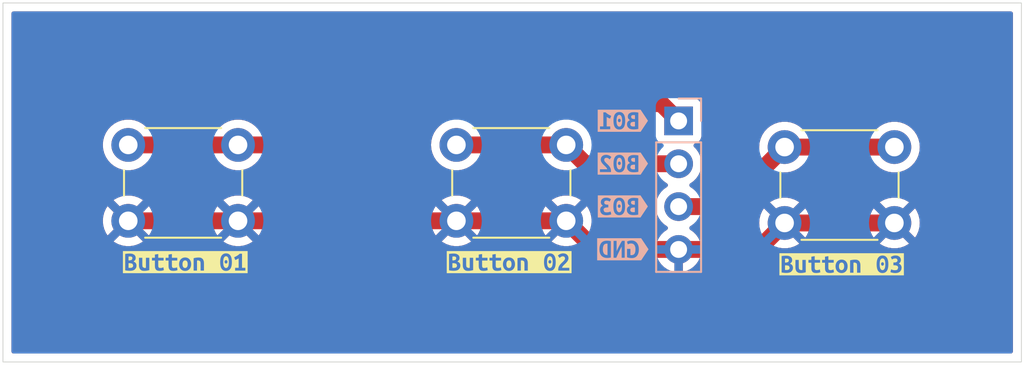
<source format=kicad_pcb>
(kicad_pcb (version 20240108) (generator "pcbnew") (generator_version "8.0")
  (layers (0 "F.Cu" signal) (31 "B.Cu" signal) (34 "B.Paste" user) (35 "F.Paste" user) (36 "B.SilkS" user "B.Silkscreen") (37 "F.SilkS" user "F.Silkscreen") (38 "B.Mask" user) (39 "F.Mask" user) (44 "Edge.Cuts" user))
  (net 0 "")
  (net 1 "GND")
  (net 2 "Net-(J5-Pin_3)")
  (net 3 "Net-(J5-Pin_1)")
  (net 4 "Net-(J5-Pin_2)")
  (footprint "Button_Switch_THT:SW_PUSH_6mm" (layer "F.Cu") (at 56.209 39.588 180)
    (property "Reference" "SW2" (hide yes))
    (property "Value" "SW_Push" (hide yes))
    (fp_line (start 6.75 3) (end 6.75 1.5) (stroke (width 0.12)) (layer "F.SilkS"))
    (fp_line (start 5.5 -1) (end 1 -1) (stroke (width 0.12)) (layer "F.SilkS"))
    (fp_line (start 1 5.5) (end 5.5 5.5) (stroke (width 0.12)) (layer "F.SilkS"))
    (fp_line (start -0.25 1.5) (end -0.25 3) (stroke (width 0.12)) (layer "F.SilkS"))
    (pad "1" thru_hole circle (at 0 0 270) (size 2 2) (drill 1.1) (layers "*.Cu" "*.Mask") (net 1 "GND"))
    (pad "1" thru_hole circle (at 6.5 0 270) (size 2 2) (drill 1.1) (layers "*.Cu" "*.Mask") (net 1 "GND"))
    (pad "2" thru_hole circle (at 0 4.5 270) (size 2 2) (drill 1.1) (layers "*.Cu" "*.Mask") (net 4 "Net-(J5-Pin_2)"))
    (pad "2" thru_hole circle (at 6.5 4.5 270) (size 2 2) (drill 1.1) (layers "*.Cu" "*.Mask") (net 4 "Net-(J5-Pin_2)"))
  )
  (footprint "Button_Switch_THT:SW_PUSH_6mm" (layer "F.Cu") (at 75.64 39.715 180)
    (property "Reference" "SW3" (hide yes))
    (property "Value" "SW_Push" (hide yes))
    (fp_line (start 6.75 3) (end 6.75 1.5) (stroke (width 0.12)) (layer "F.SilkS"))
    (fp_line (start 5.5 -1) (end 1 -1) (stroke (width 0.12)) (layer "F.SilkS"))
    (fp_line (start 1 5.5) (end 5.5 5.5) (stroke (width 0.12)) (layer "F.SilkS"))
    (fp_line (start -0.25 1.5) (end -0.25 3) (stroke (width 0.12)) (layer "F.SilkS"))
    (pad "1" thru_hole circle (at 0 0 270) (size 2 2) (drill 1.1) (layers "*.Cu" "*.Mask") (net 1 "GND"))
    (pad "1" thru_hole circle (at 6.5 0 270) (size 2 2) (drill 1.1) (layers "*.Cu" "*.Mask") (net 1 "GND"))
    (pad "2" thru_hole circle (at 0 4.5 270) (size 2 2) (drill 1.1) (layers "*.Cu" "*.Mask") (net 2 "Net-(J5-Pin_3)"))
    (pad "2" thru_hole circle (at 6.5 4.5 270) (size 2 2) (drill 1.1) (layers "*.Cu" "*.Mask") (net 2 "Net-(J5-Pin_3)"))
  )
  (footprint "kibuzzard-6839CA69" (layer "F.Cu") (at 33.655 42.037)
    (property "Reference" "kibuzzard-6839CA69" (hide yes))
    (property "Value" "G***" (hide yes))
    (fp_poly (pts (xy -3.359451 0.063005) (xy -3.359451 0.33441) (xy -3.313409 0.339257) (xy -3.264136 0.340872) (xy -3.1979 0.335218) (xy -3.140549 0.314216) (xy -3.099354 0.270598) (xy -3.083199 0.198708) (xy -3.129241 0.094507) (xy -3.252827 0.063005) (xy -3.359451 0.063005)) (fill solid) (layer "F.SilkS"))
    (fp_poly (pts (xy -3.281906 -0.101777) (xy -3.167205 -0.134895) (xy -3.128433 -0.226171) (xy -3.139742 -0.283522) (xy -3.170436 -0.317447) (xy -3.21567 -0.333603) (xy -3.268982 -0.337641) (xy -3.315832 -0.336026) (xy -3.359451 -0.331179) (xy -3.359451 -0.101777) (xy -3.281906 -0.101777)) (fill solid) (layer "F.SilkS"))
    (fp_poly (pts (xy -0.16559 0.121163) (xy -0.156502 0.213247) (xy -0.129241 0.285945) (xy -0.081785 0.333199) (xy -0.012116 0.34895) (xy 0.055937 0.333199) (xy 0.105008 0.285945) (xy 0.134693 0.213247) (xy 0.144588 0.121163) (xy 0.135501 0.029281) (xy 0.108239 -0.042811) (xy 0.060784 -0.089459) (xy -0.008885 -0.105008) (xy -0.076939 -0.089459) (xy -0.12601 -0.042811) (xy -0.155695 0.029281) (xy -0.16559 0.121163)) (fill solid) (layer "F.SilkS"))
    (fp_poly (pts (xy 2.580775 -0.001616) (xy 2.576019 -0.106713) (xy 2.561748 -0.193682) (xy 2.537964 -0.26252) (xy 2.485258 -0.329766) (xy 2.412763 -0.352181) (xy 2.341276 -0.329766) (xy 2.288368 -0.26252) (xy 2.264136 -0.193682) (xy 2.249596 -0.106713) (xy 2.24475 -0.001616) (xy 2.249596 0.10438) (xy 2.264136 0.191887) (xy 2.288368 0.260905) (xy 2.341276 0.32815) (xy 2.412763 0.350565) (xy 2.414378 0.350066) (xy 2.414378 0.088853) (xy 2.348142 0.057351) (xy 2.32391 -0.017771) (xy 2.348142 -0.0937) (xy 2.414378 -0.12601) (xy 2.478191 -0.0937) (xy 2.503231 -0.017771) (xy 2.478191 0.057351) (xy 2.414378 0.088853) (xy 2.414378 0.350066) (xy 2.485258 0.32815) (xy 2.537964 0.260905) (xy 2.561748 0.191887) (xy 2.576019 0.10438) (xy 2.580775 -0.001616)) (fill solid) (layer "F.SilkS"))
    (fp_poly (pts (xy -3.558158 -0.656435) (xy -3.692784 -0.656435) (xy -3.692784 0.656435) (xy -3.558158 0.656435) (xy -3.280291 0.656435) (xy -3.280291 0.513732) (xy -3.347738 0.511914) (xy -3.417609 0.506462) (xy -3.488288 0.497375) (xy -3.558158 0.484653) (xy -3.558158 -0.486268) (xy -3.433764 -0.503231) (xy -3.299677 -0.510501) (xy -3.197092 -0.504645) (xy -3.115509 -0.487076) (xy -3.004039 -0.425687) (xy -2.949111 -0.340872) (xy -2.934572 -0.247173) (xy -2.943255 -0.180129) (xy -2.969305 -0.121163) (xy -3.062197 -0.033926) (xy -2.976777 0.009693) (xy -2.924071 0.066236) (xy -2.896809 0.130856) (xy -2.887722 0.198708) (xy -2.895396 0.281704) (xy -2.918417 0.349758) (xy -3.001616 0.446688) (xy -3.058966 0.477787) (xy -3.12601 0.498384) (xy -3.200525 0.509895) (xy -3.280291 0.513732) (xy -3.280291 0.656435) (xy -2.433764 0.656435) (xy -2.433764 0.518578) (xy -2.518982 0.512116) (xy -2.587237 0.49273) (xy -2.681745 0.419225) (xy -2.729402 0.306947) (xy -2.739095 0.239095) (xy -2.742326 0.164782) (xy -2.742326 -0.258481) (xy -2.543619 -0.258481) (xy -2.543619 0.138934) (xy -2.537359 0.230412) (xy -2.518578 0.29483) (xy -2.42084 0.345719) (xy -2.330372 0.337641) (xy -2.330372 -0.258481) (xy -2.130048 -0.258481) (xy -2.130048 0.47496) (xy -2.190832 0.489499) (xy -2.263328 0.504039) (xy -2.345113 0.514943) (xy -2.433764 0.518578) (xy -2.433764 0.656435) (xy -1.509693 0.656435) (xy -1.509693 0.518578) (xy -1.632472 0.50727) (xy -1.72294 0.463651) (xy -1.779483 0.372375) (xy -1.794023 0.304321) (xy -1.798869 0.218094) (xy -1.798869 -0.0937) (xy -1.971729 -0.0937) (xy -1.971729 -0.258481) (xy -1.798869 -0.258481) (xy -1.798869 -0.449111) (xy -1.600162 -0.481422) (xy -1.600162 -0.258481) (xy -1.281906 -0.258481) (xy -1.281906 -0.0937) (xy -1.600162 -0.0937) (xy -1.600162 0.213247) (xy -1.592084 0.281099) (xy -1.569467 0.321486) (xy -1.533926 0.340872) (xy -1.487076 0.345719) (xy -1.436187 0.344103) (xy -1.390953 0.338449) (xy -1.345719 0.326333) (xy -1.29483 0.305331) (xy -1.267367 0.476575) (xy -1.386107 0.508885) (xy -1.509693 0.518578) (xy -1.509693 0.656435) (xy -0.701939 0.656435) (xy -0.701939 0.518578) (xy -0.824717 0.50727) (xy -0.915186 0.463651) (xy -0.971729 0.372375) (xy -0.986268 0.304321) (xy -0.991115 0.218094) (xy -0.991115 -0.0937) (xy -1.163974 -0.0937) (xy -1.163974 -0.258481) (xy -0.991115 -0.258481) (xy -0.991115 -0.449111) (xy -0.792407 -0.481422) (xy -0.792407 -0.258481) (xy -0.474152 -0.258481) (xy -0.474152 -0.0937) (xy -0.792407 -0.0937) (xy -0.792407 0.213247) (xy -0.78433 0.281099) (xy -0.761712 0.321486) (xy -0.726171 0.340872) (xy -0.679321 0.345719) (xy -0.628433 0.344103) (xy -0.583199 0.338449) (xy -0.537964 0.326333) (xy -0.487076 0.305331) (xy -0.459612 0.476575) (xy -0.578352 0.508885) (xy -0.701939 0.518578) (xy -0.701939 0.656435) (xy -0.008885 0.656435) (xy -0.008885 0.521809) (xy -0.085824 0.51454) (xy -0.155089 0.49273) (xy -0.216074 0.457593) (xy -0.268174 0.410339) (xy -0.31038 0.351979) (xy -0.34168 0.283522) (xy -0.361066 0.205775) (xy -0.367528 0.119548) (xy -0.360864 0.034532) (xy -0.340872 -0.042811) (xy -0.308966 -0.111066) (xy -0.266559 -0.168821) (xy -0.214257 -0.215267) (xy -0.152666 -0.249596) (xy -0.083603 -0.2708) (xy -0.008885 -0.277868) (xy 0.066842 -0.2708) (xy 0.135703 -0.249596) (xy 0.196688 -0.215267) (xy 0.248788 -0.168821) (xy 0.290994 -0.111066) (xy 0.322294 -0.042811) (xy 0.34168 0.034532) (xy 0.348142 0.119548) (xy 0.34168 0.205775) (xy 0.322294 0.283522) (xy 0.291195 0.351979) (xy 0.249596 0.410339) (xy 0.198102 0.457593) (xy 0.137318 0.49273) (xy 0.068053 0.51454) (xy -0.008885 0.521809) (xy -0.008885 0.656435) (xy 1.105816 0.656435) (xy 1.105816 0.500808) (xy 0.907108 0.500808) (xy 0.907108 0.098546) (xy 0.90105 0.006866) (xy 0.882876 -0.054927) (xy 0.78433 -0.101777) (xy 0.739903 -0.100162) (xy 0.693861 -0.095315) (xy 0.693861 0.500808) (xy 0.495153 0.500808) (xy 0.495153 -0.234249) (xy 0.554725 -0.248384) (xy 0.626817 -0.261712) (xy 0.708603 -0.271405) (xy 0.797254 -0.274637) (xy 0.880048 -0.268376) (xy 0.947496 -0.249596) (xy 1.042003 -0.178514) (xy 1.091276 -0.068659) (xy 1.102181 -0.001414) (xy 1.105816 0.072698) (xy 1.105816 0.500808) (xy 1.105816 0.656435) (xy 2.412763 0.656435) (xy 2.412763 0.521809) (xy 2.308652 0.507449) (xy 2.222491 0.464369) (xy 2.154281 0.392569) (xy 2.115408 0.319467) (xy 2.087641 0.229402) (xy 2.070981 0.122375) (xy 2.065428 -0.001616) (xy 2.071082 -0.124192) (xy 2.088045 -0.23021) (xy 2.116317 -0.319669) (xy 2.155897 -0.392569) (xy 2.224645 -0.464369) (xy 2.310267 -0.507449) (xy 2.412763 -0.521809) (xy 2.516873 -0.507539) (xy 2.603034 -0.464728) (xy 2.671244 -0.393376) (xy 2.710117 -0.320729) (xy 2.737884 -0.23122) (xy 2.754544 -0.124849) (xy 2.760097 -0.001616) (xy 2.754544 0.122375) (xy 2.737884 0.229402) (xy 2.710117 0.319467) (xy 2.671244 0.392569) (xy 2.603034 0.464369) (xy 2.516873 0.507449) (xy 2.412763 0.521809) (xy 2.412763 0.656435) (xy 3.558158 0.656435) (xy 3.558158 0.500808) (xy 2.950727 0.500808) (xy 2.950727 0.336026) (xy 3.160743 0.336026) (xy 3.160743 -0.22294) (xy 3.057351 -0.16559) (xy 2.958805 -0.12601) (xy 2.894184 -0.290792) (xy 2.978191 -0.327948) (xy 3.068659 -0.378029) (xy 3.154281 -0.436187) (xy 3.223748 -0.499192) (xy 3.359451 -0.499192) (xy 3.359451 0.336026) (xy 3.558158 0.336026) (xy 3.558158 0.500808) (xy 3.558158 0.656435) (xy 3.692784 0.656435) (xy 3.692784 -0.656435) (xy 3.558158 -0.656435) (xy -3.558158 -0.656435)) (fill solid) (layer "F.SilkS"))
  )
  (footprint "kibuzzard-6839CA80" (layer "F.Cu") (at 72.517 42.164)
    (property "Reference" "kibuzzard-6839CA80" (hide yes))
    (property "Value" "G***" (hide yes))
    (fp_poly (pts (xy -3.352989 0.063005) (xy -3.352989 0.33441) (xy -3.306947 0.339257) (xy -3.257674 0.340872) (xy -3.191438 0.335218) (xy -3.134087 0.314216) (xy -3.092892 0.270598) (xy -3.076737 0.198708) (xy -3.122779 0.094507) (xy -3.246365 0.063005) (xy -3.352989 0.063005)) (fill solid) (layer "F.SilkS"))
    (fp_poly (pts (xy -3.275444 -0.101777) (xy -3.160743 -0.134895) (xy -3.121971 -0.226171) (xy -3.133279 -0.283522) (xy -3.163974 -0.317447) (xy -3.209208 -0.333603) (xy -3.26252 -0.337641) (xy -3.30937 -0.336026) (xy -3.352989 -0.331179) (xy -3.352989 -0.101777) (xy -3.275444 -0.101777)) (fill solid) (layer "F.SilkS"))
    (fp_poly (pts (xy -0.159128 0.121163) (xy -0.15004 0.213247) (xy -0.122779 0.285945) (xy -0.075323 0.333199) (xy -0.005654 0.34895) (xy 0.062399 0.333199) (xy 0.11147 0.285945) (xy 0.141155 0.213247) (xy 0.15105 0.121163) (xy 0.141963 0.029281) (xy 0.114701 -0.042811) (xy 0.067246 -0.089459) (xy -0.002423 -0.105008) (xy -0.070477 -0.089459) (xy -0.119548 -0.042811) (xy -0.149233 0.029281) (xy -0.159128 0.121163)) (fill solid) (layer "F.SilkS"))
    (fp_poly (pts (xy 2.587237 -0.001616) (xy 2.582481 -0.106713) (xy 2.56821 -0.193682) (xy 2.544426 -0.26252) (xy 2.491721 -0.329766) (xy 2.419225 -0.352181) (xy 2.347738 -0.329766) (xy 2.29483 -0.26252) (xy 2.270598 -0.193682) (xy 2.256058 -0.106713) (xy 2.251212 -0.001616) (xy 2.256058 0.10438) (xy 2.270598 0.191887) (xy 2.29483 0.260905) (xy 2.347738 0.32815) (xy 2.419225 0.350565) (xy 2.42084 0.350066) (xy 2.42084 0.088853) (xy 2.354604 0.057351) (xy 2.330372 -0.017771) (xy 2.354604 -0.0937) (xy 2.42084 -0.12601) (xy 2.484653 -0.0937) (xy 2.509693 -0.017771) (xy 2.484653 0.057351) (xy 2.42084 0.088853) (xy 2.42084 0.350066) (xy 2.491721 0.32815) (xy 2.544426 0.260905) (xy 2.56821 0.191887) (xy 2.582481 0.10438) (xy 2.587237 -0.001616)) (fill solid) (layer "F.SilkS"))
    (fp_poly (pts (xy -3.551696 -0.656435) (xy -3.686322 -0.656435) (xy -3.686322 0.656435) (xy -3.551696 0.656435) (xy -3.273829 0.656435) (xy -3.273829 0.513732) (xy -3.341276 0.511914) (xy -3.411147 0.506462) (xy -3.481826 0.497375) (xy -3.551696 0.484653) (xy -3.551696 -0.486268) (xy -3.427302 -0.503231) (xy -3.293215 -0.510501) (xy -3.19063 -0.504645) (xy -3.109047 -0.487076) (xy -2.997577 -0.425687) (xy -2.942649 -0.340872) (xy -2.92811 -0.247173) (xy -2.936793 -0.180129) (xy -2.962843 -0.121163) (xy -3.055735 -0.033926) (xy -2.970315 0.009693) (xy -2.917609 0.066236) (xy -2.890347 0.130856) (xy -2.88126 0.198708) (xy -2.888934 0.281704) (xy -2.911955 0.349758) (xy -2.995153 0.446688) (xy -3.052504 0.477787) (xy -3.119548 0.498384) (xy -3.194063 0.509895) (xy -3.273829 0.513732) (xy -3.273829 0.656435) (xy -2.427302 0.656435) (xy -2.427302 0.518578) (xy -2.51252 0.512116) (xy -2.580775 0.49273) (xy -2.675283 0.419225) (xy -2.72294 0.306947) (xy -2.732633 0.239095) (xy -2.735864 0.164782) (xy -2.735864 -0.258481) (xy -2.537157 -0.258481) (xy -2.537157 0.138934) (xy -2.530897 0.230412) (xy -2.512116 0.29483) (xy -2.414378 0.345719) (xy -2.32391 0.337641) (xy -2.32391 -0.258481) (xy -2.123586 -0.258481) (xy -2.123586 0.47496) (xy -2.18437 0.489499) (xy -2.256866 0.504039) (xy -2.338651 0.514943) (xy -2.427302 0.518578) (xy -2.427302 0.656435) (xy -1.503231 0.656435) (xy -1.503231 0.518578) (xy -1.62601 0.50727) (xy -1.716478 0.463651) (xy -1.773021 0.372375) (xy -1.787561 0.304321) (xy -1.792407 0.218094) (xy -1.792407 -0.0937) (xy -1.965267 -0.0937) (xy -1.965267 -0.258481) (xy -1.792407 -0.258481) (xy -1.792407 -0.449111) (xy -1.5937 -0.481422) (xy -1.5937 -0.258481) (xy -1.275444 -0.258481) (xy -1.275444 -0.0937) (xy -1.5937 -0.0937) (xy -1.5937 0.213247) (xy -1.585622 0.281099) (xy -1.563005 0.321486) (xy -1.527464 0.340872) (xy -1.480614 0.345719) (xy -1.429725 0.344103) (xy -1.384491 0.338449) (xy -1.339257 0.326333) (xy -1.288368 0.305331) (xy -1.260905 0.476575) (xy -1.379645 0.508885) (xy -1.503231 0.518578) (xy -1.503231 0.656435) (xy -0.695477 0.656435) (xy -0.695477 0.518578) (xy -0.818255 0.50727) (xy -0.908724 0.463651) (xy -0.965267 0.372375) (xy -0.979806 0.304321) (xy -0.984653 0.218094) (xy -0.984653 -0.0937) (xy -1.157512 -0.0937) (xy -1.157512 -0.258481) (xy -0.984653 -0.258481) (xy -0.984653 -0.449111) (xy -0.785945 -0.481422) (xy -0.785945 -0.258481) (xy -0.46769 -0.258481) (xy -0.46769 -0.0937) (xy -0.785945 -0.0937) (xy -0.785945 0.213247) (xy -0.777868 0.281099) (xy -0.75525 0.321486) (xy -0.719709 0.340872) (xy -0.672859 0.345719) (xy -0.621971 0.344103) (xy -0.576737 0.338449) (xy -0.531502 0.326333) (xy -0.480614 0.305331) (xy -0.45315 0.476575) (xy -0.57189 0.508885) (xy -0.695477 0.518578) (xy -0.695477 0.656435) (xy -0.002423 0.656435) (xy -0.002423 0.521809) (xy -0.079362 0.51454) (xy -0.148627 0.49273) (xy -0.209612 0.457593) (xy -0.261712 0.410339) (xy -0.303918 0.351979) (xy -0.335218 0.283522) (xy -0.354604 0.205775) (xy -0.361066 0.119548) (xy -0.354402 0.034532) (xy -0.33441 -0.042811) (xy -0.302504 -0.111066) (xy -0.260097 -0.168821) (xy -0.207795 -0.215267) (xy -0.146204 -0.249596) (xy -0.077141 -0.2708) (xy -0.002423 -0.277868) (xy 0.073304 -0.2708) (xy 0.142165 -0.249596) (xy 0.20315 -0.215267) (xy 0.25525 -0.168821) (xy 0.297456 -0.111066) (xy 0.328756 -0.042811) (xy 0.348142 0.034532) (xy 0.354604 0.119548) (xy 0.348142 0.205775) (xy 0.328756 0.283522) (xy 0.297658 0.351979) (xy 0.256058 0.410339) (xy 0.204564 0.457593) (xy 0.14378 0.49273) (xy 0.074515 0.51454) (xy -0.002423 0.521809) (xy -0.002423 0.656435) (xy 1.112278 0.656435) (xy 1.112278 0.500808) (xy 0.91357 0.500808) (xy 0.91357 0.098546) (xy 0.907512 0.006866) (xy 0.889338 -0.054927) (xy 0.790792 -0.101777) (xy 0.746365 -0.100162) (xy 0.700323 -0.095315) (xy 0.700323 0.500808) (xy 0.501616 0.500808) (xy 0.501616 -0.234249) (xy 0.561187 -0.248384) (xy 0.633279 -0.261712) (xy 0.715065 -0.271405) (xy 0.803716 -0.274637) (xy 0.886511 -0.268376) (xy 0.953958 -0.249596) (xy 1.048465 -0.178514) (xy 1.097738 -0.068659) (xy 1.108643 -0.001414) (xy 1.112278 0.072698) (xy 1.112278 0.500808) (xy 1.112278 0.656435) (xy 2.419225 0.656435) (xy 2.419225 0.521809) (xy 2.315114 0.507449) (xy 2.228954 0.464369) (xy 2.160743 0.392569) (xy 2.12187 0.319467) (xy 2.094103 0.229402) (xy 2.077443 0.122375) (xy 2.07189 -0.001616) (xy 2.077544 -0.124192) (xy 2.094507 -0.23021) (xy 2.122779 -0.319669) (xy 2.162359 -0.392569) (xy 2.231108 -0.464369) (xy 2.316729 -0.507449) (xy 2.419225 -0.521809) (xy 2.523335 -0.507539) (xy 2.609496 -0.464728) (xy 2.677706 -0.393376) (xy 2.716579 -0.320729) (xy 2.744346 -0.23122) (xy 2.761006 -0.124849) (xy 2.766559 -0.001616) (xy 2.761006 0.122375) (xy 2.744346 0.229402) (xy 2.716579 0.319467) (xy 2.677706 0.392569) (xy 2.609496 0.464369) (xy 2.523335 0.507449) (xy 2.419225 0.521809) (xy 2.419225 0.656435) (xy 3.167205 0.656435) (xy 3.167205 0.521809) (xy 3.088853 0.516155) (xy 3.009693 0.502423) (xy 2.939418 0.484653) (xy 2.889338 0.466882) (xy 2.92811 0.300485) (xy 3.024233 0.33441) (xy 3.089055 0.347738) (xy 3.16559 0.352181) (xy 3.252221 0.341276) (xy 3.308562 0.308562) (xy 3.349758 0.200323) (xy 3.334006 0.133078) (xy 3.286753 0.089661) (xy 3.215267 0.066034) (xy 3.126817 0.058158) (xy 3.065428 0.058158) (xy 3.065428 -0.106624) (xy 3.139742 -0.106624) (xy 3.201131 -0.113086) (xy 3.256058 -0.134087) (xy 3.295638 -0.172859) (xy 3.310985 -0.234249) (xy 3.277868 -0.320679) (xy 3.186591 -0.352181) (xy 3.074313 -0.333603) (xy 2.978191 -0.287561) (xy 2.907108 -0.432956) (xy 3.022617 -0.491922) (xy 3.099152 -0.514338) (xy 3.184976 -0.521809) (xy 3.26353 -0.516559) (xy 3.331179 -0.500808) (xy 3.433764 -0.441842) (xy 3.493538 -0.352181) (xy 3.512924 -0.240711) (xy 3.478998 -0.12601) (xy 3.38853 -0.042003) (xy 3.457391 -0.002019) (xy 3.508885 0.053312) (xy 3.540994 0.122375) (xy 3.551696 0.203554) (xy 3.529079 0.331179) (xy 3.459612 0.432149) (xy 3.4063 0.470113) (xy 3.340065 0.498384) (xy 3.260501 0.515953) (xy 3.167205 0.521809) (xy 3.167205 0.656435) (xy 3.551696 0.656435) (xy 3.686322 0.656435) (xy 3.686322 -0.656435) (xy 3.551696 -0.656435) (xy -3.551696 -0.656435)) (fill solid) (layer "F.SilkS"))
  )
  (footprint "Button_Switch_THT:SW_PUSH_6mm" (layer "F.Cu") (at 36.778 39.588 180)
    (property "Reference" "SW1" (hide yes))
    (property "Value" "SW_Push" (hide yes))
    (fp_line (start 6.75 3) (end 6.75 1.5) (stroke (width 0.12)) (layer "F.SilkS"))
    (fp_line (start 5.5 -1) (end 1 -1) (stroke (width 0.12)) (layer "F.SilkS"))
    (fp_line (start 1 5.5) (end 5.5 5.5) (stroke (width 0.12)) (layer "F.SilkS"))
    (fp_line (start -0.25 1.5) (end -0.25 3) (stroke (width 0.12)) (layer "F.SilkS"))
    (pad "1" thru_hole circle (at 0 0 270) (size 2 2) (drill 1.1) (layers "*.Cu" "*.Mask") (net 1 "GND"))
    (pad "1" thru_hole circle (at 6.5 0 270) (size 2 2) (drill 1.1) (layers "*.Cu" "*.Mask") (net 1 "GND"))
    (pad "2" thru_hole circle (at 0 4.5 270) (size 2 2) (drill 1.1) (layers "*.Cu" "*.Mask") (net 3 "Net-(J5-Pin_1)"))
    (pad "2" thru_hole circle (at 6.5 4.5 270) (size 2 2) (drill 1.1) (layers "*.Cu" "*.Mask") (net 3 "Net-(J5-Pin_1)"))
  )
  (footprint "kibuzzard-6839CA74" (layer "F.Cu") (at 52.832 42.037)
    (property "Reference" "kibuzzard-6839CA74" (hide yes))
    (property "Value" "G***" (hide yes))
    (fp_poly (pts (xy -3.361874 0.063005) (xy -3.361874 0.33441) (xy -3.315832 0.339257) (xy -3.266559 0.340872) (xy -3.200323 0.335218) (xy -3.142973 0.314216) (xy -3.101777 0.270598) (xy -3.085622 0.198708) (xy -3.131664 0.094507) (xy -3.25525 0.063005) (xy -3.361874 0.063005)) (fill solid) (layer "F.SilkS"))
    (fp_poly (pts (xy -3.28433 -0.101777) (xy -3.169628 -0.134895) (xy -3.130856 -0.226171) (xy -3.142165 -0.283522) (xy -3.172859 -0.317447) (xy -3.218094 -0.333603) (xy -3.271405 -0.337641) (xy -3.318255 -0.336026) (xy -3.361874 -0.331179) (xy -3.361874 -0.101777) (xy -3.28433 -0.101777)) (fill solid) (layer "F.SilkS"))
    (fp_poly (pts (xy -0.168013 0.121163) (xy -0.158926 0.213247) (xy -0.131664 0.285945) (xy -0.084208 0.333199) (xy -0.01454 0.34895) (xy 0.053514 0.333199) (xy 0.102585 0.285945) (xy 0.13227 0.213247) (xy 0.142165 0.121163) (xy 0.133078 0.029281) (xy 0.105816 -0.042811) (xy 0.05836 -0.089459) (xy -0.011309 -0.105008) (xy -0.079362 -0.089459) (xy -0.128433 -0.042811) (xy -0.158118 0.029281) (xy -0.168013 0.121163)) (fill solid) (layer "F.SilkS"))
    (fp_poly (pts (xy 2.578352 -0.001616) (xy 2.573595 -0.106713) (xy 2.559325 -0.193682) (xy 2.535541 -0.26252) (xy 2.482835 -0.329766) (xy 2.410339 -0.352181) (xy 2.338853 -0.329766) (xy 2.285945 -0.26252) (xy 2.261712 -0.193682) (xy 2.247173 -0.106713) (xy 2.242326 -0.001616) (xy 2.247173 0.10438) (xy 2.261712 0.191887) (xy 2.285945 0.260905) (xy 2.338853 0.32815) (xy 2.410339 0.350565) (xy 2.411955 0.350066) (xy 2.411955 0.088853) (xy 2.345719 0.057351) (xy 2.321486 -0.017771) (xy 2.345719 -0.0937) (xy 2.411955 -0.12601) (xy 2.475767 -0.0937) (xy 2.500808 -0.017771) (xy 2.475767 0.057351) (xy 2.411955 0.088853) (xy 2.411955 0.350066) (xy 2.482835 0.32815) (xy 2.535541 0.260905) (xy 2.559325 0.191887) (xy 2.573595 0.10438) (xy 2.578352 -0.001616)) (fill solid) (layer "F.SilkS"))
    (fp_poly (pts (xy -3.560582 -0.656435) (xy -3.695207 -0.656435) (xy -3.695207 0.656435) (xy -3.560582 0.656435) (xy -3.282714 0.656435) (xy -3.282714 0.513732) (xy -3.350162 0.511914) (xy -3.420032 0.506462) (xy -3.490711 0.497375) (xy -3.560582 0.484653) (xy -3.560582 -0.486268) (xy -3.436187 -0.503231) (xy -3.3021 -0.510501) (xy -3.199515 -0.504645) (xy -3.117932 -0.487076) (xy -3.006462 -0.425687) (xy -2.951535 -0.340872) (xy -2.936995 -0.247173) (xy -2.945679 -0.180129) (xy -2.971729 -0.121163) (xy -3.06462 -0.033926) (xy -2.9792 0.009693) (xy -2.926494 0.066236) (xy -2.899233 0.130856) (xy -2.890145 0.198708) (xy -2.897819 0.281704) (xy -2.92084 0.349758) (xy -3.004039 0.446688) (xy -3.061389 0.477787) (xy -3.128433 0.498384) (xy -3.202948 0.509895) (xy -3.282714 0.513732) (xy -3.282714 0.656435) (xy -2.436187 0.656435) (xy -2.436187 0.518578) (xy -2.521405 0.512116) (xy -2.589661 0.49273) (xy -2.684168 0.419225) (xy -2.731826 0.306947) (xy -2.741519 0.239095) (xy -2.74475 0.164782) (xy -2.74475 -0.258481) (xy -2.546042 -0.258481) (xy -2.546042 0.138934) (xy -2.539782 0.230412) (xy -2.521002 0.29483) (xy -2.423263 0.345719) (xy -2.332795 0.337641) (xy -2.332795 -0.258481) (xy -2.132472 -0.258481) (xy -2.132472 0.47496) (xy -2.193255 0.489499) (xy -2.265751 0.504039) (xy -2.347536 0.514943) (xy -2.436187 0.518578) (xy -2.436187 0.656435) (xy -1.512116 0.656435) (xy -1.512116 0.518578) (xy -1.634895 0.50727) (xy -1.725363 0.463651) (xy -1.781906 0.372375) (xy -1.796446 0.304321) (xy -1.801292 0.218094) (xy -1.801292 -0.0937) (xy -1.974152 -0.0937) (xy -1.974152 -0.258481) (xy -1.801292 -0.258481) (xy -1.801292 -0.449111) (xy -1.602585 -0.481422) (xy -1.602585 -0.258481) (xy -1.28433 -0.258481) (xy -1.28433 -0.0937) (xy -1.602585 -0.0937) (xy -1.602585 0.213247) (xy -1.594507 0.281099) (xy -1.57189 0.321486) (xy -1.536349 0.340872) (xy -1.489499 0.345719) (xy -1.438611 0.344103) (xy -1.393376 0.338449) (xy -1.348142 0.326333) (xy -1.297254 0.305331) (xy -1.26979 0.476575) (xy -1.38853 0.508885) (xy -1.512116 0.518578) (xy -1.512116 0.656435) (xy -0.704362 0.656435) (xy -0.704362 0.518578) (xy -0.827141 0.50727) (xy -0.917609 0.463651) (xy -0.974152 0.372375) (xy -0.988691 0.304321) (xy -0.993538 0.218094) (xy -0.993538 -0.0937) (xy -1.166397 -0.0937) (xy -1.166397 -0.258481) (xy -0.993538 -0.258481) (xy -0.993538 -0.449111) (xy -0.79483 -0.481422) (xy -0.79483 -0.258481) (xy -0.476575 -0.258481) (xy -0.476575 -0.0937) (xy -0.79483 -0.0937) (xy -0.79483 0.213247) (xy -0.786753 0.281099) (xy -0.764136 0.321486) (xy -0.728595 0.340872) (xy -0.681745 0.345719) (xy -0.630856 0.344103) (xy -0.585622 0.338449) (xy -0.540388 0.326333) (xy -0.489499 0.305331) (xy -0.462036 0.476575) (xy -0.580775 0.508885) (xy -0.704362 0.518578) (xy -0.704362 0.656435) (xy -0.011309 0.656435) (xy -0.011309 0.521809) (xy -0.088247 0.51454) (xy -0.157512 0.49273) (xy -0.218498 0.457593) (xy -0.270598 0.410339) (xy -0.312803 0.351979) (xy -0.344103 0.283522) (xy -0.363489 0.205775) (xy -0.369952 0.119548) (xy -0.363288 0.034532) (xy -0.343296 -0.042811) (xy -0.311389 -0.111066) (xy -0.268982 -0.168821) (xy -0.21668 -0.215267) (xy -0.155089 -0.249596) (xy -0.086026 -0.2708) (xy -0.011309 -0.277868) (xy 0.064418 -0.2708) (xy 0.133279 -0.249596) (xy 0.194265 -0.215267) (xy 0.246365 -0.168821) (xy 0.28857 -0.111066) (xy 0.319871 -0.042811) (xy 0.339257 0.034532) (xy 0.345719 0.119548) (xy 0.339257 0.205775) (xy 0.319871 0.283522) (xy 0.288772 0.351979) (xy 0.247173 0.410339) (xy 0.195679 0.457593) (xy 0.134895 0.49273) (xy 0.06563 0.51454) (xy -0.011309 0.521809) (xy -0.011309 0.656435) (xy 1.103393 0.656435) (xy 1.103393 0.500808) (xy 0.904685 0.500808) (xy 0.904685 0.098546) (xy 0.898627 0.006866) (xy 0.880452 -0.054927) (xy 0.781906 -0.101777) (xy 0.73748 -0.100162) (xy 0.691438 -0.095315) (xy 0.691438 0.500808) (xy 0.49273 0.500808) (xy 0.49273 -0.234249) (xy 0.552302 -0.248384) (xy 0.624394 -0.261712) (xy 0.706179 -0.271405) (xy 0.79483 -0.274637) (xy 0.877625 -0.268376) (xy 0.945073 -0.249596) (xy 1.03958 -0.178514) (xy 1.088853 -0.068659) (xy 1.099758 -0.001414) (xy 1.103393 0.072698) (xy 1.103393 0.500808) (xy 1.103393 0.656435) (xy 2.410339 0.656435) (xy 2.410339 0.521809) (xy 2.306229 0.507449) (xy 2.220068 0.464369) (xy 2.151858 0.392569) (xy 2.112985 0.319467) (xy 2.085218 0.229402) (xy 2.068558 0.122375) (xy 2.063005 -0.001616) (xy 2.068659 -0.124192) (xy 2.085622 -0.23021) (xy 2.113893 -0.319669) (xy 2.153473 -0.392569) (xy 2.222222 -0.464369) (xy 2.307844 -0.507449) (xy 2.410339 -0.521809) (xy 2.51445 -0.507539) (xy 2.60061 -0.464728) (xy 2.668821 -0.393376) (xy 2.707694 -0.320729) (xy 2.73546 -0.23122) (xy 2.75212 -0.124849) (xy 2.757674 -0.001616) (xy 2.75212 0.122375) (xy 2.73546 0.229402) (xy 2.707694 0.319467) (xy 2.668821 0.392569) (xy 2.60061 0.464369) (xy 2.51445 0.507449) (xy 2.410339 0.521809) (xy 2.410339 0.656435) (xy 3.560582 0.656435) (xy 3.560582 0.500808) (xy 2.907916 0.500808) (xy 2.903877 0.46042) (xy 2.904685 0.426494) (xy 2.912157 0.34895) (xy 2.934572 0.277868) (xy 2.968498 0.212641) (xy 3.010501 0.152666) (xy 3.058158 0.097334) (xy 3.109047 0.046042) (xy 3.159935 -0.002221) (xy 3.207593 -0.048465) (xy 3.283522 -0.135703) (xy 3.313409 -0.221325) (xy 3.276252 -0.315832) (xy 3.182553 -0.34895) (xy 3.084006 -0.326333) (xy 2.982229 -0.250404) (xy 2.883683 -0.389338) (xy 2.953352 -0.448304) (xy 3.033118 -0.489499) (xy 3.11773 -0.513732) (xy 3.201939 -0.521809) (xy 3.319871 -0.504039) (xy 3.420032 -0.450727) (xy 3.489499 -0.361066) (xy 3.515347 -0.235864) (xy 3.495961 -0.136511) (xy 3.444265 -0.043619) (xy 3.371567 0.043619) (xy 3.289176 0.124394) (xy 3.240711 0.170436) (xy 3.189015 0.225363) (xy 3.147819 0.282714) (xy 3.130856 0.336026) (xy 3.560582 0.336026) (xy 3.560582 0.500808) (xy 3.560582 0.656435) (xy 3.695207 0.656435) (xy 3.695207 -0.656435) (xy 3.560582 -0.656435) (xy -3.560582 -0.656435)) (fill solid) (layer "F.SilkS"))
  )
  (footprint "kibuzzard-6839CAA6" (layer "B.Cu") (at 59.563 33.655 180)
    (property "Reference" "kibuzzard-6839CAA6" (hide yes))
    (property "Value" "G***" (hide yes))
    (fp_poly (pts (xy -0.639831 0.101777) (xy -0.52513 0.134895) (xy -0.486358 0.226171) (xy -0.497666 0.283522) (xy -0.528361 0.317447) (xy -0.573595 0.333603) (xy -0.626907 0.337641) (xy -0.673757 0.336026) (xy -0.717376 0.331179) (xy -0.717376 0.101777) (xy -0.639831 0.101777)) (fill solid) (layer "B.SilkS"))
    (fp_poly (pts (xy -0.717376 -0.063005) (xy -0.717376 -0.33441) (xy -0.671334 -0.339257) (xy -0.622061 -0.340872) (xy -0.555825 -0.335218) (xy -0.498474 -0.314216) (xy -0.457279 -0.270598) (xy -0.441124 -0.198708) (xy -0.487166 -0.094507) (xy -0.610752 -0.063005) (xy -0.717376 -0.063005)) (fill solid) (layer "B.SilkS"))
    (fp_poly (pts (xy 0.376324 0.001616) (xy 0.371567 0.106713) (xy 0.357297 0.193682) (xy 0.333513 0.26252) (xy 0.280807 0.329766) (xy 0.208311 0.352181) (xy 0.136825 0.329766) (xy 0.083917 0.26252) (xy 0.059684 0.193682) (xy 0.045144 0.106713) (xy 0.040298 0.001616) (xy 0.045144 -0.10438) (xy 0.059684 -0.191887) (xy 0.083917 -0.260905) (xy 0.136825 -0.32815) (xy 0.208311 -0.350565) (xy 0.209926 -0.350066) (xy 0.209926 -0.088853) (xy 0.143691 -0.057351) (xy 0.119458 0.017771) (xy 0.143691 0.0937) (xy 0.209926 0.12601) (xy 0.273739 0.0937) (xy 0.298779 0.017771) (xy 0.273739 -0.057351) (xy 0.209926 -0.088853) (xy 0.209926 -0.350066) (xy 0.280807 -0.32815) (xy 0.333513 -0.260905) (xy 0.357297 -0.191887) (xy 0.371567 -0.10438) (xy 0.376324 0.001616)) (fill solid) (layer "B.SilkS"))
    (fp_poly (pts (xy -0.916083 0.656435) (xy -1.050709 0.656435) (xy -1.488332 0) (xy -1.050709 -0.656435) (xy -0.916083 -0.656435) (xy -0.638216 -0.656435) (xy -0.638216 -0.513732) (xy -0.705663 -0.511914) (xy -0.775534 -0.506462) (xy -0.846213 -0.497375) (xy -0.916083 -0.484653) (xy -0.916083 0.486268) (xy -0.791689 0.503231) (xy -0.657602 0.510501) (xy -0.555017 0.504645) (xy -0.473434 0.487076) (xy -0.361964 0.425687) (xy -0.307036 0.340872) (xy -0.292497 0.247173) (xy -0.30118 0.180129) (xy -0.32723 0.121163) (xy -0.420122 0.033926) (xy -0.334702 -0.009693) (xy -0.281996 -0.066236) (xy -0.254734 -0.130856) (xy -0.245647 -0.198708) (xy -0.253321 -0.281704) (xy -0.276342 -0.349758) (xy -0.35954 -0.446688) (xy -0.416891 -0.477787) (xy -0.483935 -0.498384) (xy -0.55845 -0.509895) (xy -0.638216 -0.513732) (xy -0.638216 -0.656435) (xy 0.208311 -0.656435) (xy 0.208311 -0.521809) (xy 0.1042 -0.507449) (xy 0.01804 -0.464369) (xy -0.050171 -0.392569) (xy -0.089044 -0.319467) (xy -0.11681 -0.229402) (xy -0.13347 -0.122375) (xy -0.139024 0.001616) (xy -0.133369 0.124192) (xy -0.116406 0.23021) (xy -0.088135 0.319669) (xy -0.048555 0.392569) (xy 0.020194 0.464369) (xy 0.105816 0.507449) (xy 0.208311 0.521809) (xy 0.312421 0.507539) (xy 0.398582 0.464728) (xy 0.466792 0.393376) (xy 0.505665 0.320729) (xy 0.533432 0.23122) (xy 0.550092 0.124849) (xy 0.555645 0.001616) (xy 0.550092 -0.122375) (xy 0.533432 -0.229402) (xy 0.505665 -0.319467) (xy 0.466792 -0.392569) (xy 0.398582 -0.464369) (xy 0.312421 -0.507449) (xy 0.208311 -0.521809) (xy 0.208311 -0.656435) (xy 1.353707 -0.656435) (xy 1.353707 -0.500808) (xy 0.746275 -0.500808) (xy 0.746275 -0.336026) (xy 0.956292 -0.336026) (xy 0.956292 0.22294) (xy 0.852899 0.16559) (xy 0.754353 0.12601) (xy 0.689733 0.290792) (xy 0.773739 0.327948) (xy 0.864208 0.378029) (xy 0.949829 0.436187) (xy 1.019296 0.499192) (xy 1.154999 0.499192) (xy 1.154999 -0.336026) (xy 1.353707 -0.336026) (xy 1.353707 -0.500808) (xy 1.353707 -0.656435) (xy 1.488332 -0.656435) (xy 1.488332 0.656435) (xy 1.353707 0.656435) (xy -0.916083 0.656435)) (fill solid) (layer "B.SilkS"))
  )
  (footprint "kibuzzard-6839CABB" (layer "B.Cu") (at 59.563 36.195 180)
    (property "Reference" "kibuzzard-6839CABB" (hide yes))
    (property "Value" "G***" (hide yes))
    (fp_poly (pts (xy -0.642255 0.101777) (xy -0.527553 0.134895) (xy -0.488781 0.226171) (xy -0.50009 0.283522) (xy -0.530784 0.317447) (xy -0.576019 0.333603) (xy -0.62933 0.337641) (xy -0.67618 0.336026) (xy -0.719799 0.331179) (xy -0.719799 0.101777) (xy -0.642255 0.101777)) (fill solid) (layer "B.SilkS"))
    (fp_poly (pts (xy -0.719799 -0.063005) (xy -0.719799 -0.33441) (xy -0.673757 -0.339257) (xy -0.624484 -0.340872) (xy -0.558248 -0.335218) (xy -0.500898 -0.314216) (xy -0.459702 -0.270598) (xy -0.443547 -0.198708) (xy -0.489589 -0.094507) (xy -0.613175 -0.063005) (xy -0.719799 -0.063005)) (fill solid) (layer "B.SilkS"))
    (fp_poly (pts (xy 0.373901 0.001616) (xy 0.369144 0.106713) (xy 0.354873 0.193682) (xy 0.33109 0.26252) (xy 0.278384 0.329766) (xy 0.205888 0.352181) (xy 0.134401 0.329766) (xy 0.081493 0.26252) (xy 0.057261 0.193682) (xy 0.042721 0.106713) (xy 0.037875 0.001616) (xy 0.042721 -0.10438) (xy 0.057261 -0.191887) (xy 0.081493 -0.260905) (xy 0.134401 -0.32815) (xy 0.205888 -0.350565) (xy 0.207503 -0.350066) (xy 0.207503 -0.088853) (xy 0.141267 -0.057351) (xy 0.117035 0.017771) (xy 0.141267 0.0937) (xy 0.207503 0.12601) (xy 0.271316 0.0937) (xy 0.296356 0.017771) (xy 0.271316 -0.057351) (xy 0.207503 -0.088853) (xy 0.207503 -0.350066) (xy 0.278384 -0.32815) (xy 0.33109 -0.260905) (xy 0.354873 -0.191887) (xy 0.369144 -0.10438) (xy 0.373901 0.001616)) (fill solid) (layer "B.SilkS"))
    (fp_poly (pts (xy -0.918507 0.656435) (xy -1.053132 0.656435) (xy -1.490756 0) (xy -1.053132 -0.656435) (xy -0.918507 -0.656435) (xy -0.640639 -0.656435) (xy -0.640639 -0.513732) (xy -0.708087 -0.511914) (xy -0.777957 -0.506462) (xy -0.848636 -0.497375) (xy -0.918507 -0.484653) (xy -0.918507 0.486268) (xy -0.794112 0.503231) (xy -0.660025 0.510501) (xy -0.55744 0.504645) (xy -0.475857 0.487076) (xy -0.364387 0.425687) (xy -0.30946 0.340872) (xy -0.29492 0.247173) (xy -0.303603 0.180129) (xy -0.329654 0.121163) (xy -0.422545 0.033926) (xy -0.337125 -0.009693) (xy -0.284419 -0.066236) (xy -0.257158 -0.130856) (xy -0.24807 -0.198708) (xy -0.255744 -0.281704) (xy -0.278765 -0.349758) (xy -0.361964 -0.446688) (xy -0.419314 -0.477787) (xy -0.486358 -0.498384) (xy -0.560873 -0.509895) (xy -0.640639 -0.513732) (xy -0.640639 -0.656435) (xy 0.205888 -0.656435) (xy 0.205888 -0.521809) (xy 0.101777 -0.507449) (xy 0.015617 -0.464369) (xy -0.052594 -0.392569) (xy -0.091467 -0.319467) (xy -0.119234 -0.229402) (xy -0.135893 -0.122375) (xy -0.141447 0.001616) (xy -0.135792 0.124192) (xy -0.11883 0.23021) (xy -0.090558 0.319669) (xy -0.050978 0.392569) (xy 0.017771 0.464369) (xy 0.103393 0.507449) (xy 0.205888 0.521809) (xy 0.309998 0.507539) (xy 0.396159 0.464728) (xy 0.464369 0.393376) (xy 0.503242 0.320729) (xy 0.531009 0.23122) (xy 0.547669 0.124849) (xy 0.553222 0.001616) (xy 0.547669 -0.122375) (xy 0.531009 -0.229402) (xy 0.503242 -0.319467) (xy 0.464369 -0.392569) (xy 0.396159 -0.464369) (xy 0.309998 -0.507449) (xy 0.205888 -0.521809) (xy 0.205888 -0.656435) (xy 1.35613 -0.656435) (xy 1.35613 -0.500808) (xy 0.703464 -0.500808) (xy 0.699426 -0.46042) (xy 0.700233 -0.426494) (xy 0.707705 -0.34895) (xy 0.73012 -0.277868) (xy 0.764046 -0.212641) (xy 0.806049 -0.152666) (xy 0.853707 -0.097334) (xy 0.904595 -0.046042) (xy 0.955484 0.002221) (xy 1.003141 0.048465) (xy 1.07907 0.135703) (xy 1.108957 0.221325) (xy 1.0718 0.315832) (xy 0.978101 0.34895) (xy 0.879555 0.326333) (xy 0.777778 0.250404) (xy 0.679232 0.389338) (xy 0.748901 0.448304) (xy 0.828666 0.489499) (xy 0.913279 0.513732) (xy 0.997487 0.521809) (xy 1.115419 0.504039) (xy 1.215581 0.450727) (xy 1.285048 0.361066) (xy 1.310896 0.235864) (xy 1.29151 0.136511) (xy 1.239813 0.043619) (xy 1.167115 -0.043619) (xy 1.084724 -0.124394) (xy 1.036259 -0.170436) (xy 0.984563 -0.225363) (xy 0.943367 -0.282714) (xy 0.926405 -0.336026) (xy 1.35613 -0.336026) (xy 1.35613 -0.500808) (xy 1.35613 -0.656435) (xy 1.490756 -0.656435) (xy 1.490756 0.656435) (xy 1.35613 0.656435) (xy -0.918507 0.656435)) (fill solid) (layer "B.SilkS"))
  )
  (footprint "kibuzzard-6839CAC5" (layer "B.Cu") (at 59.563 41.275 180)
    (property "Reference" "kibuzzard-6839CAC5" (hide yes))
    (property "Value" "G***" (hide yes))
    (fp_poly (pts (xy 0.908634 -0.339257) (xy 0.926405 -0.340872) (xy 0.944175 -0.340872) (xy 1.058069 -0.315024) (xy 1.132382 -0.243942) (xy 1.17277 -0.136511) (xy 1.181857 -0.071284) (xy 1.184886 0) (xy 1.175193 0.12601) (xy 1.141267 0.234249) (xy 1.075031 0.30937) (xy 0.966792 0.337641) (xy 0.937713 0.336834) (xy 0.908634 0.332795) (xy 0.908634 -0.339257)) (fill solid) (layer "B.SilkS"))
    (fp_poly (pts (xy -0.949201 0.656435) (xy -1.083827 0.656435) (xy -1.52145 0) (xy -1.083827 -0.656435) (xy -0.949201 -0.656435) (xy -0.540477 -0.656435) (xy -0.540477 -0.521809) (xy -0.629532 -0.51353) (xy -0.709298 -0.488691) (xy -0.778967 -0.447496) (xy -0.837731 -0.390145) (xy -0.884985 -0.31664) (xy -0.920122 -0.226979) (xy -0.941931 -0.121365) (xy -0.949201 0) (xy -0.94072 0.120153) (xy -0.915276 0.225363) (xy -0.875292 0.315226) (xy -0.823192 0.389338) (xy -0.759783 0.447294) (xy -0.685873 0.488691) (xy -0.603886 0.51353) (xy -0.516245 0.521809) (xy -0.412045 0.512924) (xy -0.332077 0.49273) (xy -0.276342 0.468498) (xy -0.243224 0.449111) (xy -0.29492 0.290792) (xy -0.382158 0.331179) (xy -0.488781 0.34895) (xy -0.608329 0.323102) (xy -0.688297 0.251212) (xy -0.733531 0.141357) (xy -0.74383 0.074111) (xy -0.747263 0) (xy -0.74098 -0.109047) (xy -0.722132 -0.197092) (xy -0.69072 -0.264136) (xy -0.620849 -0.327746) (xy -0.524322 -0.34895) (xy -0.48555 -0.347334) (xy -0.446778 -0.342488) (xy -0.446778 0.022617) (xy -0.24807 0.022617) (xy -0.24807 -0.476575) (xy -0.358733 -0.505654) (xy -0.441729 -0.517771) (xy -0.540477 -0.521809) (xy -0.540477 -0.656435) (xy 0.38844 -0.656435) (xy 0.38844 -0.500808) (xy 0.34186 -0.389966) (xy 0.292587 -0.279304) (xy 0.240621 -0.168821) (xy 0.185963 -0.058338) (xy 0.128612 0.052325) (xy 0.068569 0.163166) (xy 0.068569 -0.500808) (xy -0.110752 -0.500808) (xy -0.110752 0.499192) (xy 0.049183 0.499192) (xy 0.094418 0.425081) (xy 0.139652 0.344911) (xy 0.18428 0.261914) (xy 0.227697 0.179321) (xy 0.268892 0.098142) (xy 0.306857 0.019386) (xy 0.340581 -0.053312) (xy 0.369054 -0.116317) (xy 0.369054 0.499192) (xy 0.548376 0.499192) (xy 0.548376 -0.500808) (xy 0.38844 -0.500808) (xy 0.38844 -0.656435) (xy 0.923174 -0.656435) (xy 0.923174 -0.513732) (xy 0.818973 -0.508078) (xy 0.709926 -0.489499) (xy 0.709926 0.486268) (xy 0.837552 0.505654) (xy 0.949022 0.510501) (xy 1.043327 0.503231) (xy 1.129151 0.481422) (xy 1.204474 0.444063) (xy 1.267277 0.390145) (xy 1.31756 0.319467) (xy 1.355322 0.231826) (xy 1.378949 0.125808) (xy 1.386825 0) (xy 1.378141 -0.128635) (xy 1.352091 -0.236672) (xy 1.310694 -0.325323) (xy 1.255968 -0.3958) (xy 1.188723 -0.44891) (xy 1.109765 -0.48546) (xy 1.02071 -0.506664) (xy 0.923174 -0.513732) (xy 0.923174 -0.656435) (xy 1.386825 -0.656435) (xy 1.52145 -0.656435) (xy 1.52145 0.656435) (xy 1.386825 0.656435) (xy -0.949201 0.656435)) (fill solid) (layer "B.SilkS"))
  )
  (footprint "Connector_PinHeader_2.54mm:PinHeader_1x04_P2.54mm_Vertical" (layer "B.Cu") (at 62.865 33.665 180)
    (property "Reference" "J5" (hide yes))
    (property "Value" "Conn_01x04" (hide yes))
    (fp_line (start 1.33 -1.27) (end -1.33 -1.27) (stroke (width 0.12)) (layer "B.SilkS"))
    (fp_line (start 1.33 -8.95) (end 1.33 -1.27) (stroke (width 0.12)) (layer "B.SilkS"))
    (fp_line (start 1.33 -8.95) (end -1.33 -8.95) (stroke (width 0.12)) (layer "B.SilkS"))
    (fp_line (start 0 1.33) (end -1.33 1.33) (stroke (width 0.12)) (layer "B.SilkS"))
    (fp_line (start -1.33 1.33) (end -1.33 0) (stroke (width 0.12)) (layer "B.SilkS"))
    (fp_line (start -1.33 -8.95) (end -1.33 -1.27) (stroke (width 0.12)) (layer "B.SilkS"))
    (pad "1" thru_hole rect (at 0 0 180) (size 1.7 1.7) (drill 1) (layers "*.Cu" "*.Mask") (net 3 "Net-(J5-Pin_1)"))
    (pad "2" thru_hole oval (at 0 -2.54 180) (size 1.7 1.7) (drill 1) (layers "*.Cu" "*.Mask") (net 4 "Net-(J5-Pin_2)"))
    (pad "3" thru_hole oval (at 0 -5.08 180) (size 1.7 1.7) (drill 1) (layers "*.Cu" "*.Mask") (net 2 "Net-(J5-Pin_3)"))
    (pad "4" thru_hole oval (at 0 -7.62 180) (size 1.7 1.7) (drill 1) (layers "*.Cu" "*.Mask") (net 1 "GND"))
  )
  (footprint "kibuzzard-6839CAC0" (layer "B.Cu") (at 59.563 38.735 180)
    (property "Reference" "kibuzzard-6839CAC0" (hide yes))
    (property "Value" "G***" (hide yes))
    (fp_poly (pts (xy -0.633369 0.101777) (xy -0.518668 0.134895) (xy -0.479896 0.226171) (xy -0.491204 0.283522) (xy -0.521899 0.317447) (xy -0.567133 0.333603) (xy -0.620445 0.337641) (xy -0.667295 0.336026) (xy -0.710914 0.331179) (xy -0.710914 0.101777) (xy -0.633369 0.101777)) (fill solid) (layer "B.SilkS"))
    (fp_poly (pts (xy -0.710914 -0.063005) (xy -0.710914 -0.33441) (xy -0.664872 -0.339257) (xy -0.615599 -0.340872) (xy -0.549363 -0.335218) (xy -0.492012 -0.314216) (xy -0.450817 -0.270598) (xy -0.434662 -0.198708) (xy -0.480704 -0.094507) (xy -0.60429 -0.063005) (xy -0.710914 -0.063005)) (fill solid) (layer "B.SilkS"))
    (fp_poly (pts (xy 0.382786 0.001616) (xy 0.378029 0.106713) (xy 0.363759 0.193682) (xy 0.339975 0.26252) (xy 0.287269 0.329766) (xy 0.214773 0.352181) (xy 0.143287 0.329766) (xy 0.090379 0.26252) (xy 0.066146 0.193682) (xy 0.051607 0.106713) (xy 0.04676 0.001616) (xy 0.051607 -0.10438) (xy 0.066146 -0.191887) (xy 0.090379 -0.260905) (xy 0.143287 -0.32815) (xy 0.214773 -0.350565) (xy 0.216388 -0.350066) (xy 0.216388 -0.088853) (xy 0.150153 -0.057351) (xy 0.12592 0.017771) (xy 0.150153 0.0937) (xy 0.216388 0.12601) (xy 0.280201 0.0937) (xy 0.305241 0.017771) (xy 0.280201 -0.057351) (xy 0.216388 -0.088853) (xy 0.216388 -0.350066) (xy 0.287269 -0.32815) (xy 0.339975 -0.260905) (xy 0.363759 -0.191887) (xy 0.378029 -0.10438) (xy 0.382786 0.001616)) (fill solid) (layer "B.SilkS"))
    (fp_poly (pts (xy -0.909621 0.656435) (xy -1.044247 0.656435) (xy -1.48187 0) (xy -1.044247 -0.656435) (xy -0.909621 -0.656435) (xy -0.631754 -0.656435) (xy -0.631754 -0.513732) (xy -0.699201 -0.511914) (xy -0.769072 -0.506462) (xy -0.83975 -0.497375) (xy -0.909621 -0.484653) (xy -0.909621 0.486268) (xy -0.785227 0.503231) (xy -0.65114 0.510501) (xy -0.548555 0.504645) (xy -0.466972 0.487076) (xy -0.355502 0.425687) (xy -0.300574 0.340872) (xy -0.286035 0.247173) (xy -0.294718 0.180129) (xy -0.320768 0.121163) (xy -0.41366 0.033926) (xy -0.32824 -0.009693) (xy -0.275534 -0.066236) (xy -0.248272 -0.130856) (xy -0.239185 -0.198708) (xy -0.246859 -0.281704) (xy -0.26988 -0.349758) (xy -0.353078 -0.446688) (xy -0.410429 -0.477787) (xy -0.477473 -0.498384) (xy -0.551988 -0.509895) (xy -0.631754 -0.513732) (xy -0.631754 -0.656435) (xy 0.214773 -0.656435) (xy 0.214773 -0.521809) (xy 0.110662 -0.507449) (xy 0.024502 -0.464369) (xy -0.043708 -0.392569) (xy -0.082582 -0.319467) (xy -0.110348 -0.229402) (xy -0.127008 -0.122375) (xy -0.132561 0.001616) (xy -0.126907 0.124192) (xy -0.109944 0.23021) (xy -0.081673 0.319669) (xy -0.042093 0.392569) (xy 0.026656 0.464369) (xy 0.112278 0.507449) (xy 0.214773 0.521809) (xy 0.318884 0.507539) (xy 0.405044 0.464728) (xy 0.473254 0.393376) (xy 0.512128 0.320729) (xy 0.539894 0.23122) (xy 0.556554 0.124849) (xy 0.562107 0.001616) (xy 0.556554 -0.122375) (xy 0.539894 -0.229402) (xy 0.512128 -0.319467) (xy 0.473254 -0.392569) (xy 0.405044 -0.464369) (xy 0.318884 -0.507449) (xy 0.214773 -0.521809) (xy 0.214773 -0.656435) (xy 0.962754 -0.656435) (xy 0.962754 -0.521809) (xy 0.884401 -0.516155) (xy 0.805241 -0.502423) (xy 0.734967 -0.484653) (xy 0.684886 -0.466882) (xy 0.723658 -0.300485) (xy 0.819781 -0.33441) (xy 0.884603 -0.347738) (xy 0.961138 -0.352181) (xy 1.04777 -0.341276) (xy 1.104111 -0.308562) (xy 1.145306 -0.200323) (xy 1.129555 -0.133078) (xy 1.082301 -0.089661) (xy 1.010815 -0.066034) (xy 0.922366 -0.058158) (xy 0.860976 -0.058158) (xy 0.860976 0.106624) (xy 0.93529 0.106624) (xy 0.996679 0.113086) (xy 1.051607 0.134087) (xy 1.091187 0.172859) (xy 1.106534 0.234249) (xy 1.073416 0.320679) (xy 0.98214 0.352181) (xy 0.869862 0.333603) (xy 0.773739 0.287561) (xy 0.702657 0.432956) (xy 0.818165 0.491922) (xy 0.8947 0.514338) (xy 0.980524 0.521809) (xy 1.059078 0.516559) (xy 1.126728 0.500808) (xy 1.229313 0.441842) (xy 1.289086 0.352181) (xy 1.308472 0.240711) (xy 1.274547 0.12601) (xy 1.184078 0.042003) (xy 1.252939 0.002019) (xy 1.304434 -0.053312) (xy 1.336542 -0.122375) (xy 1.347245 -0.203554) (xy 1.324628 -0.331179) (xy 1.255161 -0.432149) (xy 1.201849 -0.470113) (xy 1.135613 -0.498384) (xy 1.056049 -0.515953) (xy 0.962754 -0.521809) (xy 0.962754 -0.656435) (xy 1.347245 -0.656435) (xy 1.48187 -0.656435) (xy 1.48187 0.656435) (xy 1.347245 0.656435) (xy -0.909621 0.656435)) (fill solid) (layer "B.SilkS"))
  )
  (gr_rect (start 22.86 26.67) (end 83.1596 47.9552) (stroke (width 0.05)) (fill none) (layer "Edge.Cuts"))
  (segment (start 62.865 41.285) (end 67.57 41.285) (width 1) (layer "F.Cu") (net 1))
  (segment (start 57.906 41.285) (end 56.209 39.588) (width 1) (layer "F.Cu") (net 1))
  (segment (start 49.709 39.588) (end 56.209 39.588) (width 1) (layer "F.Cu") (net 1))
  (segment (start 75.64 39.715) (end 69.14 39.715) (width 1) (layer "F.Cu") (net 1))
  (segment (start 30.278 39.588) (end 36.778 39.588) (width 1) (layer "F.Cu") (net 1))
  (segment (start 62.865 41.285) (end 57.906 41.285) (width 1) (layer "F.Cu") (net 1))
  (segment (start 67.57 41.285) (end 69.14 39.715) (width 1) (layer "F.Cu") (net 1))
  (segment (start 36.778 39.588) (end 49.709 39.588) (width 1) (layer "F.Cu") (net 1))
  (segment (start 69.14 35.215) (end 75.64 35.215) (width 1) (layer "F.Cu") (net 2))
  (segment (start 65.61 38.745) (end 69.14 35.215) (width 1) (layer "F.Cu") (net 2))
  (segment (start 62.865 38.745) (end 65.61 38.745) (width 1) (layer "F.Cu") (net 2))
  (segment (start 36.778 35.088) (end 42.128 35.088) (width 1) (layer "F.Cu") (net 3))
  (segment (start 42.128 35.088) (end 44.577 32.639) (width 1) (layer "F.Cu") (net 3))
  (segment (start 61.839 32.639) (end 62.865 33.665) (width 1) (layer "F.Cu") (net 3))
  (segment (start 44.577 32.639) (end 61.839 32.639) (width 1) (layer "F.Cu") (net 3))
  (segment (start 30.278 35.088) (end 36.778 35.088) (width 1) (layer "F.Cu") (net 3))
  (segment (start 56.209 35.088) (end 57.326 36.205) (width 1) (layer "F.Cu") (net 4))
  (segment (start 57.326 36.205) (end 62.865 36.205) (width 1) (layer "F.Cu") (net 4))
  (segment (start 49.709 35.088) (end 56.209 35.088) (width 1) (layer "F.Cu") (net 4))
  (zone (net 1) (net_name "GND") (layers "F&B.Cu") (connect_pads (clearance 0.5)) (min_thickness 0.25) (fill yes (thermal_gap 0.5) (thermal_bridge_width 0.5))
    (polygon (pts (xy 22.86 26.67) (xy 83.1596 26.67) (xy 83.1596 47.9552) (xy 22.86 47.9552)))
  )
)
</source>
